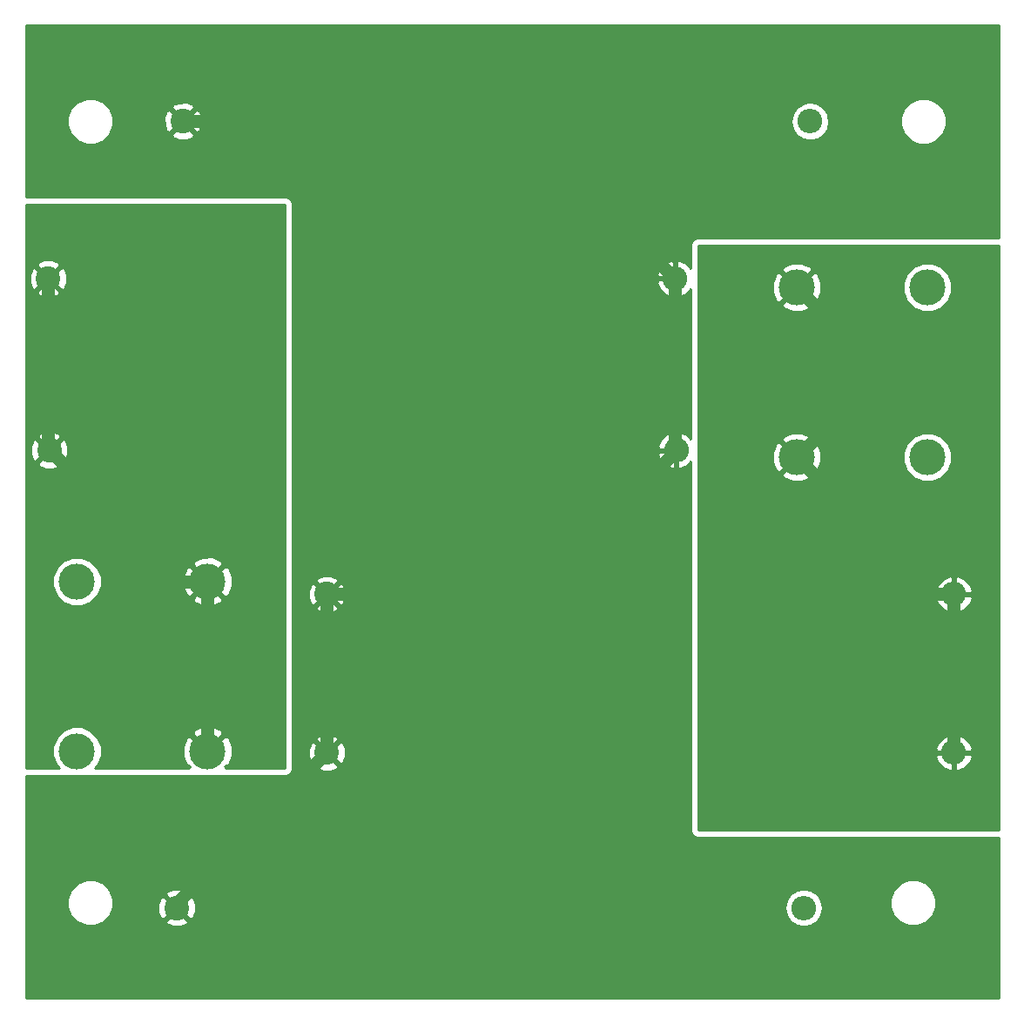
<source format=gtl>
G04 #@! TF.GenerationSoftware,KiCad,Pcbnew,5.0.0*
G04 #@! TF.CreationDate,2018-09-30T11:55:23-04:00*
G04 #@! TF.ProjectId,audio-attenuator,617564696F2D617474656E7561746F72,rev?*
G04 #@! TF.SameCoordinates,Original*
G04 #@! TF.FileFunction,Copper,L1,Top,Signal*
G04 #@! TF.FilePolarity,Positive*
%FSLAX46Y46*%
G04 Gerber Fmt 4.6, Leading zero omitted, Abs format (unit mm)*
G04 Created by KiCad (PCBNEW 5.0.0) date Sun Sep 30 11:55:23 2018*
%MOMM*%
%LPD*%
G01*
G04 APERTURE LIST*
G04 #@! TA.AperFunction,ComponentPad*
%ADD10C,2.400000*%
G04 #@! TD*
G04 #@! TA.AperFunction,ComponentPad*
%ADD11O,2.400000X2.400000*%
G04 #@! TD*
G04 #@! TA.AperFunction,ComponentPad*
%ADD12C,3.500000*%
G04 #@! TD*
G04 #@! TA.AperFunction,Conductor*
%ADD13C,1.270000*%
G04 #@! TD*
G04 #@! TA.AperFunction,Conductor*
%ADD14C,0.254000*%
G04 #@! TD*
G04 APERTURE END LIST*
D10*
G04 #@! TO.P,R6,1*
G04 #@! TO.N,/ATTEN*
X73000000Y-86400000D03*
D11*
G04 #@! TO.P,R6,2*
G04 #@! TO.N,/OUT*
X133960000Y-86400000D03*
G04 #@! TD*
G04 #@! TO.P,R5,2*
G04 #@! TO.N,/OUT*
X133960000Y-71000000D03*
D10*
G04 #@! TO.P,R5,1*
G04 #@! TO.N,/ATTEN*
X73000000Y-71000000D03*
G04 #@! TD*
G04 #@! TO.P,R4,1*
G04 #@! TO.N,/ATTEN*
X59000000Y-25000000D03*
D11*
G04 #@! TO.P,R4,2*
G04 #@! TO.N,GND*
X119960000Y-25000000D03*
G04 #@! TD*
G04 #@! TO.P,R3,2*
G04 #@! TO.N,GND*
X119360000Y-101500000D03*
D10*
G04 #@! TO.P,R3,1*
G04 #@! TO.N,/ATTEN*
X58400000Y-101500000D03*
G04 #@! TD*
G04 #@! TO.P,R2,1*
G04 #@! TO.N,/IN*
X46000000Y-57000000D03*
D11*
G04 #@! TO.P,R2,2*
G04 #@! TO.N,/ATTEN*
X106960000Y-57000000D03*
G04 #@! TD*
G04 #@! TO.P,R1,2*
G04 #@! TO.N,/ATTEN*
X106860000Y-40300000D03*
D10*
G04 #@! TO.P,R1,1*
G04 #@! TO.N,/IN*
X45900000Y-40300000D03*
G04 #@! TD*
D12*
G04 #@! TO.P,J2,T*
G04 #@! TO.N,/OUT*
X118700000Y-41150000D03*
X118700000Y-57650000D03*
G04 #@! TO.P,J2,S*
G04 #@! TO.N,GND*
X131400000Y-57650000D03*
X131400000Y-41150000D03*
G04 #@! TD*
G04 #@! TO.P,J1,S*
G04 #@! TO.N,GND*
X48700000Y-86250000D03*
X48700000Y-69750000D03*
G04 #@! TO.P,J1,T*
G04 #@! TO.N,/IN*
X61400000Y-69750000D03*
X61400000Y-86250000D03*
G04 #@! TD*
D13*
G04 #@! TO.N,/IN*
X45900000Y-56900000D02*
X46000000Y-57000000D01*
X45900000Y-40300000D02*
X45900000Y-56900000D01*
X58750000Y-69750000D02*
X61400000Y-69750000D01*
X46000000Y-57000000D02*
X58750000Y-69750000D01*
X61400000Y-69750000D02*
X61400000Y-86250000D01*
G04 #@! TO.N,/OUT*
X133960000Y-86400000D02*
X133960000Y-71000000D01*
X132050000Y-71000000D02*
X118700000Y-57650000D01*
X133960000Y-71000000D02*
X132050000Y-71000000D01*
X120449999Y-42899999D02*
X118700000Y-41150000D01*
X120449999Y-55900001D02*
X120449999Y-42899999D01*
X118700000Y-57650000D02*
X120449999Y-55900001D01*
G04 #@! TO.N,/ATTEN*
X92960000Y-71000000D02*
X106960000Y-57000000D01*
X73000000Y-71000000D02*
X92960000Y-71000000D01*
X73000000Y-71000000D02*
X73000000Y-86400000D01*
X58400000Y-101000000D02*
X58400000Y-101500000D01*
X73000000Y-86400000D02*
X58400000Y-101000000D01*
X106860000Y-56900000D02*
X106960000Y-57000000D01*
X106860000Y-40300000D02*
X106860000Y-56900000D01*
X91560000Y-25000000D02*
X106860000Y-40300000D01*
X59000000Y-25000000D02*
X91560000Y-25000000D01*
G04 #@! TD*
D14*
G04 #@! TO.N,/OUT*
G36*
X138288801Y-93873000D02*
X109127000Y-93873000D01*
X109127000Y-86811805D01*
X132171805Y-86811805D01*
X132404358Y-87373258D01*
X132895224Y-87894492D01*
X133548193Y-88188203D01*
X133833000Y-88071858D01*
X133833000Y-86527000D01*
X134087000Y-86527000D01*
X134087000Y-88071858D01*
X134371807Y-88188203D01*
X135024776Y-87894492D01*
X135515642Y-87373258D01*
X135748195Y-86811805D01*
X135631432Y-86527000D01*
X134087000Y-86527000D01*
X133833000Y-86527000D01*
X132288568Y-86527000D01*
X132171805Y-86811805D01*
X109127000Y-86811805D01*
X109127000Y-85988195D01*
X132171805Y-85988195D01*
X132288568Y-86273000D01*
X133833000Y-86273000D01*
X133833000Y-84728142D01*
X134087000Y-84728142D01*
X134087000Y-86273000D01*
X135631432Y-86273000D01*
X135748195Y-85988195D01*
X135515642Y-85426742D01*
X135024776Y-84905508D01*
X134371807Y-84611797D01*
X134087000Y-84728142D01*
X133833000Y-84728142D01*
X133548193Y-84611797D01*
X132895224Y-84905508D01*
X132404358Y-85426742D01*
X132171805Y-85988195D01*
X109127000Y-85988195D01*
X109127000Y-71411805D01*
X132171805Y-71411805D01*
X132404358Y-71973258D01*
X132895224Y-72494492D01*
X133548193Y-72788203D01*
X133833000Y-72671858D01*
X133833000Y-71127000D01*
X134087000Y-71127000D01*
X134087000Y-72671858D01*
X134371807Y-72788203D01*
X135024776Y-72494492D01*
X135515642Y-71973258D01*
X135748195Y-71411805D01*
X135631432Y-71127000D01*
X134087000Y-71127000D01*
X133833000Y-71127000D01*
X132288568Y-71127000D01*
X132171805Y-71411805D01*
X109127000Y-71411805D01*
X109127000Y-70588195D01*
X132171805Y-70588195D01*
X132288568Y-70873000D01*
X133833000Y-70873000D01*
X133833000Y-69328142D01*
X134087000Y-69328142D01*
X134087000Y-70873000D01*
X135631432Y-70873000D01*
X135748195Y-70588195D01*
X135515642Y-70026742D01*
X135024776Y-69505508D01*
X134371807Y-69211797D01*
X134087000Y-69328142D01*
X133833000Y-69328142D01*
X133548193Y-69211797D01*
X132895224Y-69505508D01*
X132404358Y-70026742D01*
X132171805Y-70588195D01*
X109127000Y-70588195D01*
X109127000Y-59344528D01*
X117185077Y-59344528D01*
X117375364Y-59689271D01*
X118256591Y-60040956D01*
X119205323Y-60028641D01*
X120024636Y-59689271D01*
X120214923Y-59344528D01*
X118700000Y-57829605D01*
X117185077Y-59344528D01*
X109127000Y-59344528D01*
X109127000Y-57206591D01*
X116309044Y-57206591D01*
X116321359Y-58155323D01*
X116660729Y-58974636D01*
X117005472Y-59164923D01*
X118520395Y-57650000D01*
X118879605Y-57650000D01*
X120394528Y-59164923D01*
X120739271Y-58974636D01*
X121090956Y-58093409D01*
X121079043Y-57175594D01*
X129015000Y-57175594D01*
X129015000Y-58124406D01*
X129378095Y-59000994D01*
X130049006Y-59671905D01*
X130925594Y-60035000D01*
X131874406Y-60035000D01*
X132750994Y-59671905D01*
X133421905Y-59000994D01*
X133785000Y-58124406D01*
X133785000Y-57175594D01*
X133421905Y-56299006D01*
X132750994Y-55628095D01*
X131874406Y-55265000D01*
X130925594Y-55265000D01*
X130049006Y-55628095D01*
X129378095Y-56299006D01*
X129015000Y-57175594D01*
X121079043Y-57175594D01*
X121078641Y-57144677D01*
X120739271Y-56325364D01*
X120394528Y-56135077D01*
X118879605Y-57650000D01*
X118520395Y-57650000D01*
X117005472Y-56135077D01*
X116660729Y-56325364D01*
X116309044Y-57206591D01*
X109127000Y-57206591D01*
X109127000Y-55955472D01*
X117185077Y-55955472D01*
X118700000Y-57470395D01*
X120214923Y-55955472D01*
X120024636Y-55610729D01*
X119143409Y-55259044D01*
X118194677Y-55271359D01*
X117375364Y-55610729D01*
X117185077Y-55955472D01*
X109127000Y-55955472D01*
X109127000Y-42844528D01*
X117185077Y-42844528D01*
X117375364Y-43189271D01*
X118256591Y-43540956D01*
X119205323Y-43528641D01*
X120024636Y-43189271D01*
X120214923Y-42844528D01*
X118700000Y-41329605D01*
X117185077Y-42844528D01*
X109127000Y-42844528D01*
X109127000Y-40706591D01*
X116309044Y-40706591D01*
X116321359Y-41655323D01*
X116660729Y-42474636D01*
X117005472Y-42664923D01*
X118520395Y-41150000D01*
X118879605Y-41150000D01*
X120394528Y-42664923D01*
X120739271Y-42474636D01*
X121090956Y-41593409D01*
X121079043Y-40675594D01*
X129015000Y-40675594D01*
X129015000Y-41624406D01*
X129378095Y-42500994D01*
X130049006Y-43171905D01*
X130925594Y-43535000D01*
X131874406Y-43535000D01*
X132750994Y-43171905D01*
X133421905Y-42500994D01*
X133785000Y-41624406D01*
X133785000Y-40675594D01*
X133421905Y-39799006D01*
X132750994Y-39128095D01*
X131874406Y-38765000D01*
X130925594Y-38765000D01*
X130049006Y-39128095D01*
X129378095Y-39799006D01*
X129015000Y-40675594D01*
X121079043Y-40675594D01*
X121078641Y-40644677D01*
X120739271Y-39825364D01*
X120394528Y-39635077D01*
X118879605Y-41150000D01*
X118520395Y-41150000D01*
X117005472Y-39635077D01*
X116660729Y-39825364D01*
X116309044Y-40706591D01*
X109127000Y-40706591D01*
X109127000Y-39455472D01*
X117185077Y-39455472D01*
X118700000Y-40970395D01*
X120214923Y-39455472D01*
X120024636Y-39110729D01*
X119143409Y-38759044D01*
X118194677Y-38771359D01*
X117375364Y-39110729D01*
X117185077Y-39455472D01*
X109127000Y-39455472D01*
X109127000Y-37127000D01*
X138288800Y-37127000D01*
X138288801Y-93873000D01*
X138288801Y-93873000D01*
G37*
X138288801Y-93873000D02*
X109127000Y-93873000D01*
X109127000Y-86811805D01*
X132171805Y-86811805D01*
X132404358Y-87373258D01*
X132895224Y-87894492D01*
X133548193Y-88188203D01*
X133833000Y-88071858D01*
X133833000Y-86527000D01*
X134087000Y-86527000D01*
X134087000Y-88071858D01*
X134371807Y-88188203D01*
X135024776Y-87894492D01*
X135515642Y-87373258D01*
X135748195Y-86811805D01*
X135631432Y-86527000D01*
X134087000Y-86527000D01*
X133833000Y-86527000D01*
X132288568Y-86527000D01*
X132171805Y-86811805D01*
X109127000Y-86811805D01*
X109127000Y-85988195D01*
X132171805Y-85988195D01*
X132288568Y-86273000D01*
X133833000Y-86273000D01*
X133833000Y-84728142D01*
X134087000Y-84728142D01*
X134087000Y-86273000D01*
X135631432Y-86273000D01*
X135748195Y-85988195D01*
X135515642Y-85426742D01*
X135024776Y-84905508D01*
X134371807Y-84611797D01*
X134087000Y-84728142D01*
X133833000Y-84728142D01*
X133548193Y-84611797D01*
X132895224Y-84905508D01*
X132404358Y-85426742D01*
X132171805Y-85988195D01*
X109127000Y-85988195D01*
X109127000Y-71411805D01*
X132171805Y-71411805D01*
X132404358Y-71973258D01*
X132895224Y-72494492D01*
X133548193Y-72788203D01*
X133833000Y-72671858D01*
X133833000Y-71127000D01*
X134087000Y-71127000D01*
X134087000Y-72671858D01*
X134371807Y-72788203D01*
X135024776Y-72494492D01*
X135515642Y-71973258D01*
X135748195Y-71411805D01*
X135631432Y-71127000D01*
X134087000Y-71127000D01*
X133833000Y-71127000D01*
X132288568Y-71127000D01*
X132171805Y-71411805D01*
X109127000Y-71411805D01*
X109127000Y-70588195D01*
X132171805Y-70588195D01*
X132288568Y-70873000D01*
X133833000Y-70873000D01*
X133833000Y-69328142D01*
X134087000Y-69328142D01*
X134087000Y-70873000D01*
X135631432Y-70873000D01*
X135748195Y-70588195D01*
X135515642Y-70026742D01*
X135024776Y-69505508D01*
X134371807Y-69211797D01*
X134087000Y-69328142D01*
X133833000Y-69328142D01*
X133548193Y-69211797D01*
X132895224Y-69505508D01*
X132404358Y-70026742D01*
X132171805Y-70588195D01*
X109127000Y-70588195D01*
X109127000Y-59344528D01*
X117185077Y-59344528D01*
X117375364Y-59689271D01*
X118256591Y-60040956D01*
X119205323Y-60028641D01*
X120024636Y-59689271D01*
X120214923Y-59344528D01*
X118700000Y-57829605D01*
X117185077Y-59344528D01*
X109127000Y-59344528D01*
X109127000Y-57206591D01*
X116309044Y-57206591D01*
X116321359Y-58155323D01*
X116660729Y-58974636D01*
X117005472Y-59164923D01*
X118520395Y-57650000D01*
X118879605Y-57650000D01*
X120394528Y-59164923D01*
X120739271Y-58974636D01*
X121090956Y-58093409D01*
X121079043Y-57175594D01*
X129015000Y-57175594D01*
X129015000Y-58124406D01*
X129378095Y-59000994D01*
X130049006Y-59671905D01*
X130925594Y-60035000D01*
X131874406Y-60035000D01*
X132750994Y-59671905D01*
X133421905Y-59000994D01*
X133785000Y-58124406D01*
X133785000Y-57175594D01*
X133421905Y-56299006D01*
X132750994Y-55628095D01*
X131874406Y-55265000D01*
X130925594Y-55265000D01*
X130049006Y-55628095D01*
X129378095Y-56299006D01*
X129015000Y-57175594D01*
X121079043Y-57175594D01*
X121078641Y-57144677D01*
X120739271Y-56325364D01*
X120394528Y-56135077D01*
X118879605Y-57650000D01*
X118520395Y-57650000D01*
X117005472Y-56135077D01*
X116660729Y-56325364D01*
X116309044Y-57206591D01*
X109127000Y-57206591D01*
X109127000Y-55955472D01*
X117185077Y-55955472D01*
X118700000Y-57470395D01*
X120214923Y-55955472D01*
X120024636Y-55610729D01*
X119143409Y-55259044D01*
X118194677Y-55271359D01*
X117375364Y-55610729D01*
X117185077Y-55955472D01*
X109127000Y-55955472D01*
X109127000Y-42844528D01*
X117185077Y-42844528D01*
X117375364Y-43189271D01*
X118256591Y-43540956D01*
X119205323Y-43528641D01*
X120024636Y-43189271D01*
X120214923Y-42844528D01*
X118700000Y-41329605D01*
X117185077Y-42844528D01*
X109127000Y-42844528D01*
X109127000Y-40706591D01*
X116309044Y-40706591D01*
X116321359Y-41655323D01*
X116660729Y-42474636D01*
X117005472Y-42664923D01*
X118520395Y-41150000D01*
X118879605Y-41150000D01*
X120394528Y-42664923D01*
X120739271Y-42474636D01*
X121090956Y-41593409D01*
X121079043Y-40675594D01*
X129015000Y-40675594D01*
X129015000Y-41624406D01*
X129378095Y-42500994D01*
X130049006Y-43171905D01*
X130925594Y-43535000D01*
X131874406Y-43535000D01*
X132750994Y-43171905D01*
X133421905Y-42500994D01*
X133785000Y-41624406D01*
X133785000Y-40675594D01*
X133421905Y-39799006D01*
X132750994Y-39128095D01*
X131874406Y-38765000D01*
X130925594Y-38765000D01*
X130049006Y-39128095D01*
X129378095Y-39799006D01*
X129015000Y-40675594D01*
X121079043Y-40675594D01*
X121078641Y-40644677D01*
X120739271Y-39825364D01*
X120394528Y-39635077D01*
X118879605Y-41150000D01*
X118520395Y-41150000D01*
X117005472Y-39635077D01*
X116660729Y-39825364D01*
X116309044Y-40706591D01*
X109127000Y-40706591D01*
X109127000Y-39455472D01*
X117185077Y-39455472D01*
X118700000Y-40970395D01*
X120214923Y-39455472D01*
X120024636Y-39110729D01*
X119143409Y-38759044D01*
X118194677Y-38771359D01*
X117375364Y-39110729D01*
X117185077Y-39455472D01*
X109127000Y-39455472D01*
X109127000Y-37127000D01*
X138288800Y-37127000D01*
X138288801Y-93873000D01*
G04 #@! TO.N,/IN*
G36*
X68873000Y-87873000D02*
X63202608Y-87873000D01*
X63094530Y-87764922D01*
X63439271Y-87574636D01*
X63790956Y-86693409D01*
X63778641Y-85744677D01*
X63439271Y-84925364D01*
X63094528Y-84735077D01*
X61579605Y-86250000D01*
X61593748Y-86264143D01*
X61414143Y-86443748D01*
X61400000Y-86429605D01*
X61385858Y-86443748D01*
X61206253Y-86264143D01*
X61220395Y-86250000D01*
X59705472Y-84735077D01*
X59360729Y-84925364D01*
X59009044Y-85806591D01*
X59021359Y-86755323D01*
X59360729Y-87574636D01*
X59705470Y-87764922D01*
X59597392Y-87873000D01*
X50449899Y-87873000D01*
X50721905Y-87600994D01*
X51085000Y-86724406D01*
X51085000Y-85775594D01*
X50721905Y-84899006D01*
X50378371Y-84555472D01*
X59885077Y-84555472D01*
X61400000Y-86070395D01*
X62914923Y-84555472D01*
X62724636Y-84210729D01*
X61843409Y-83859044D01*
X60894677Y-83871359D01*
X60075364Y-84210729D01*
X59885077Y-84555472D01*
X50378371Y-84555472D01*
X50050994Y-84228095D01*
X49174406Y-83865000D01*
X48225594Y-83865000D01*
X47349006Y-84228095D01*
X46678095Y-84899006D01*
X46315000Y-85775594D01*
X46315000Y-86724406D01*
X46678095Y-87600994D01*
X46950101Y-87873000D01*
X43711200Y-87873000D01*
X43711200Y-69275594D01*
X46315000Y-69275594D01*
X46315000Y-70224406D01*
X46678095Y-71100994D01*
X47349006Y-71771905D01*
X48225594Y-72135000D01*
X49174406Y-72135000D01*
X50050994Y-71771905D01*
X50378371Y-71444528D01*
X59885077Y-71444528D01*
X60075364Y-71789271D01*
X60956591Y-72140956D01*
X61905323Y-72128641D01*
X62724636Y-71789271D01*
X62914923Y-71444528D01*
X61400000Y-69929605D01*
X59885077Y-71444528D01*
X50378371Y-71444528D01*
X50721905Y-71100994D01*
X51085000Y-70224406D01*
X51085000Y-69306591D01*
X59009044Y-69306591D01*
X59021359Y-70255323D01*
X59360729Y-71074636D01*
X59705472Y-71264923D01*
X61220395Y-69750000D01*
X61579605Y-69750000D01*
X63094528Y-71264923D01*
X63439271Y-71074636D01*
X63790956Y-70193409D01*
X63778641Y-69244677D01*
X63439271Y-68425364D01*
X63094528Y-68235077D01*
X61579605Y-69750000D01*
X61220395Y-69750000D01*
X59705472Y-68235077D01*
X59360729Y-68425364D01*
X59009044Y-69306591D01*
X51085000Y-69306591D01*
X51085000Y-69275594D01*
X50721905Y-68399006D01*
X50378371Y-68055472D01*
X59885077Y-68055472D01*
X61400000Y-69570395D01*
X62914923Y-68055472D01*
X62724636Y-67710729D01*
X61843409Y-67359044D01*
X60894677Y-67371359D01*
X60075364Y-67710729D01*
X59885077Y-68055472D01*
X50378371Y-68055472D01*
X50050994Y-67728095D01*
X49174406Y-67365000D01*
X48225594Y-67365000D01*
X47349006Y-67728095D01*
X46678095Y-68399006D01*
X46315000Y-69275594D01*
X43711200Y-69275594D01*
X43711200Y-58297175D01*
X44882430Y-58297175D01*
X45005565Y-58584788D01*
X45687734Y-58844707D01*
X46417443Y-58823786D01*
X46994435Y-58584788D01*
X47117570Y-58297175D01*
X46000000Y-57179605D01*
X44882430Y-58297175D01*
X43711200Y-58297175D01*
X43711200Y-56687734D01*
X44155293Y-56687734D01*
X44176214Y-57417443D01*
X44415212Y-57994435D01*
X44702825Y-58117570D01*
X45820395Y-57000000D01*
X46179605Y-57000000D01*
X47297175Y-58117570D01*
X47584788Y-57994435D01*
X47844707Y-57312266D01*
X47823786Y-56582557D01*
X47584788Y-56005565D01*
X47297175Y-55882430D01*
X46179605Y-57000000D01*
X45820395Y-57000000D01*
X44702825Y-55882430D01*
X44415212Y-56005565D01*
X44155293Y-56687734D01*
X43711200Y-56687734D01*
X43711200Y-55702825D01*
X44882430Y-55702825D01*
X46000000Y-56820395D01*
X47117570Y-55702825D01*
X46994435Y-55415212D01*
X46312266Y-55155293D01*
X45582557Y-55176214D01*
X45005565Y-55415212D01*
X44882430Y-55702825D01*
X43711200Y-55702825D01*
X43711200Y-41597175D01*
X44782430Y-41597175D01*
X44905565Y-41884788D01*
X45587734Y-42144707D01*
X46317443Y-42123786D01*
X46894435Y-41884788D01*
X47017570Y-41597175D01*
X45900000Y-40479605D01*
X44782430Y-41597175D01*
X43711200Y-41597175D01*
X43711200Y-39987734D01*
X44055293Y-39987734D01*
X44076214Y-40717443D01*
X44315212Y-41294435D01*
X44602825Y-41417570D01*
X45720395Y-40300000D01*
X46079605Y-40300000D01*
X47197175Y-41417570D01*
X47484788Y-41294435D01*
X47744707Y-40612266D01*
X47723786Y-39882557D01*
X47484788Y-39305565D01*
X47197175Y-39182430D01*
X46079605Y-40300000D01*
X45720395Y-40300000D01*
X44602825Y-39182430D01*
X44315212Y-39305565D01*
X44055293Y-39987734D01*
X43711200Y-39987734D01*
X43711200Y-39002825D01*
X44782430Y-39002825D01*
X45900000Y-40120395D01*
X47017570Y-39002825D01*
X46894435Y-38715212D01*
X46212266Y-38455293D01*
X45482557Y-38476214D01*
X44905565Y-38715212D01*
X44782430Y-39002825D01*
X43711200Y-39002825D01*
X43711200Y-33127000D01*
X68873000Y-33127000D01*
X68873000Y-87873000D01*
X68873000Y-87873000D01*
G37*
X68873000Y-87873000D02*
X63202608Y-87873000D01*
X63094530Y-87764922D01*
X63439271Y-87574636D01*
X63790956Y-86693409D01*
X63778641Y-85744677D01*
X63439271Y-84925364D01*
X63094528Y-84735077D01*
X61579605Y-86250000D01*
X61593748Y-86264143D01*
X61414143Y-86443748D01*
X61400000Y-86429605D01*
X61385858Y-86443748D01*
X61206253Y-86264143D01*
X61220395Y-86250000D01*
X59705472Y-84735077D01*
X59360729Y-84925364D01*
X59009044Y-85806591D01*
X59021359Y-86755323D01*
X59360729Y-87574636D01*
X59705470Y-87764922D01*
X59597392Y-87873000D01*
X50449899Y-87873000D01*
X50721905Y-87600994D01*
X51085000Y-86724406D01*
X51085000Y-85775594D01*
X50721905Y-84899006D01*
X50378371Y-84555472D01*
X59885077Y-84555472D01*
X61400000Y-86070395D01*
X62914923Y-84555472D01*
X62724636Y-84210729D01*
X61843409Y-83859044D01*
X60894677Y-83871359D01*
X60075364Y-84210729D01*
X59885077Y-84555472D01*
X50378371Y-84555472D01*
X50050994Y-84228095D01*
X49174406Y-83865000D01*
X48225594Y-83865000D01*
X47349006Y-84228095D01*
X46678095Y-84899006D01*
X46315000Y-85775594D01*
X46315000Y-86724406D01*
X46678095Y-87600994D01*
X46950101Y-87873000D01*
X43711200Y-87873000D01*
X43711200Y-69275594D01*
X46315000Y-69275594D01*
X46315000Y-70224406D01*
X46678095Y-71100994D01*
X47349006Y-71771905D01*
X48225594Y-72135000D01*
X49174406Y-72135000D01*
X50050994Y-71771905D01*
X50378371Y-71444528D01*
X59885077Y-71444528D01*
X60075364Y-71789271D01*
X60956591Y-72140956D01*
X61905323Y-72128641D01*
X62724636Y-71789271D01*
X62914923Y-71444528D01*
X61400000Y-69929605D01*
X59885077Y-71444528D01*
X50378371Y-71444528D01*
X50721905Y-71100994D01*
X51085000Y-70224406D01*
X51085000Y-69306591D01*
X59009044Y-69306591D01*
X59021359Y-70255323D01*
X59360729Y-71074636D01*
X59705472Y-71264923D01*
X61220395Y-69750000D01*
X61579605Y-69750000D01*
X63094528Y-71264923D01*
X63439271Y-71074636D01*
X63790956Y-70193409D01*
X63778641Y-69244677D01*
X63439271Y-68425364D01*
X63094528Y-68235077D01*
X61579605Y-69750000D01*
X61220395Y-69750000D01*
X59705472Y-68235077D01*
X59360729Y-68425364D01*
X59009044Y-69306591D01*
X51085000Y-69306591D01*
X51085000Y-69275594D01*
X50721905Y-68399006D01*
X50378371Y-68055472D01*
X59885077Y-68055472D01*
X61400000Y-69570395D01*
X62914923Y-68055472D01*
X62724636Y-67710729D01*
X61843409Y-67359044D01*
X60894677Y-67371359D01*
X60075364Y-67710729D01*
X59885077Y-68055472D01*
X50378371Y-68055472D01*
X50050994Y-67728095D01*
X49174406Y-67365000D01*
X48225594Y-67365000D01*
X47349006Y-67728095D01*
X46678095Y-68399006D01*
X46315000Y-69275594D01*
X43711200Y-69275594D01*
X43711200Y-58297175D01*
X44882430Y-58297175D01*
X45005565Y-58584788D01*
X45687734Y-58844707D01*
X46417443Y-58823786D01*
X46994435Y-58584788D01*
X47117570Y-58297175D01*
X46000000Y-57179605D01*
X44882430Y-58297175D01*
X43711200Y-58297175D01*
X43711200Y-56687734D01*
X44155293Y-56687734D01*
X44176214Y-57417443D01*
X44415212Y-57994435D01*
X44702825Y-58117570D01*
X45820395Y-57000000D01*
X46179605Y-57000000D01*
X47297175Y-58117570D01*
X47584788Y-57994435D01*
X47844707Y-57312266D01*
X47823786Y-56582557D01*
X47584788Y-56005565D01*
X47297175Y-55882430D01*
X46179605Y-57000000D01*
X45820395Y-57000000D01*
X44702825Y-55882430D01*
X44415212Y-56005565D01*
X44155293Y-56687734D01*
X43711200Y-56687734D01*
X43711200Y-55702825D01*
X44882430Y-55702825D01*
X46000000Y-56820395D01*
X47117570Y-55702825D01*
X46994435Y-55415212D01*
X46312266Y-55155293D01*
X45582557Y-55176214D01*
X45005565Y-55415212D01*
X44882430Y-55702825D01*
X43711200Y-55702825D01*
X43711200Y-41597175D01*
X44782430Y-41597175D01*
X44905565Y-41884788D01*
X45587734Y-42144707D01*
X46317443Y-42123786D01*
X46894435Y-41884788D01*
X47017570Y-41597175D01*
X45900000Y-40479605D01*
X44782430Y-41597175D01*
X43711200Y-41597175D01*
X43711200Y-39987734D01*
X44055293Y-39987734D01*
X44076214Y-40717443D01*
X44315212Y-41294435D01*
X44602825Y-41417570D01*
X45720395Y-40300000D01*
X46079605Y-40300000D01*
X47197175Y-41417570D01*
X47484788Y-41294435D01*
X47744707Y-40612266D01*
X47723786Y-39882557D01*
X47484788Y-39305565D01*
X47197175Y-39182430D01*
X46079605Y-40300000D01*
X45720395Y-40300000D01*
X44602825Y-39182430D01*
X44315212Y-39305565D01*
X44055293Y-39987734D01*
X43711200Y-39987734D01*
X43711200Y-39002825D01*
X44782430Y-39002825D01*
X45900000Y-40120395D01*
X47017570Y-39002825D01*
X46894435Y-38715212D01*
X46212266Y-38455293D01*
X45482557Y-38476214D01*
X44905565Y-38715212D01*
X44782430Y-39002825D01*
X43711200Y-39002825D01*
X43711200Y-33127000D01*
X68873000Y-33127000D01*
X68873000Y-87873000D01*
G04 #@! TO.N,/ATTEN*
G36*
X138288800Y-36365000D02*
X109000000Y-36365000D01*
X108756996Y-36413336D01*
X108550987Y-36550987D01*
X108413336Y-36756996D01*
X108365000Y-37000000D01*
X108365000Y-39272967D01*
X107924776Y-38805508D01*
X107271807Y-38511797D01*
X106987000Y-38628142D01*
X106987000Y-40173000D01*
X107007000Y-40173000D01*
X107007000Y-40427000D01*
X106987000Y-40427000D01*
X106987000Y-41971858D01*
X107271807Y-42088203D01*
X107924776Y-41794492D01*
X108365000Y-41327033D01*
X108365000Y-55866780D01*
X108024776Y-55505508D01*
X107371807Y-55211797D01*
X107087000Y-55328142D01*
X107087000Y-56873000D01*
X107107000Y-56873000D01*
X107107000Y-57127000D01*
X107087000Y-57127000D01*
X107087000Y-58671858D01*
X107371807Y-58788203D01*
X108024776Y-58494492D01*
X108365000Y-58133220D01*
X108365000Y-94000000D01*
X108413336Y-94243004D01*
X108550987Y-94449013D01*
X108756996Y-94586664D01*
X109000000Y-94635000D01*
X138288801Y-94635000D01*
X138288801Y-110288800D01*
X43711200Y-110288800D01*
X43711200Y-100555431D01*
X47765000Y-100555431D01*
X47765000Y-101444569D01*
X48105259Y-102266026D01*
X48733974Y-102894741D01*
X49555431Y-103235000D01*
X50444569Y-103235000D01*
X51266026Y-102894741D01*
X51363592Y-102797175D01*
X57282430Y-102797175D01*
X57405565Y-103084788D01*
X58087734Y-103344707D01*
X58817443Y-103323786D01*
X59394435Y-103084788D01*
X59517570Y-102797175D01*
X58400000Y-101679605D01*
X57282430Y-102797175D01*
X51363592Y-102797175D01*
X51894741Y-102266026D01*
X52235000Y-101444569D01*
X52235000Y-101187734D01*
X56555293Y-101187734D01*
X56576214Y-101917443D01*
X56815212Y-102494435D01*
X57102825Y-102617570D01*
X58220395Y-101500000D01*
X58579605Y-101500000D01*
X59697175Y-102617570D01*
X59984788Y-102494435D01*
X60244707Y-101812266D01*
X60235755Y-101500000D01*
X117489051Y-101500000D01*
X117631469Y-102215981D01*
X118037039Y-102822961D01*
X118644019Y-103228531D01*
X119179273Y-103335000D01*
X119540727Y-103335000D01*
X120075981Y-103228531D01*
X120682961Y-102822961D01*
X121088531Y-102215981D01*
X121230949Y-101500000D01*
X121088531Y-100784019D01*
X120935794Y-100555431D01*
X127765000Y-100555431D01*
X127765000Y-101444569D01*
X128105259Y-102266026D01*
X128733974Y-102894741D01*
X129555431Y-103235000D01*
X130444569Y-103235000D01*
X131266026Y-102894741D01*
X131894741Y-102266026D01*
X132235000Y-101444569D01*
X132235000Y-100555431D01*
X131894741Y-99733974D01*
X131266026Y-99105259D01*
X130444569Y-98765000D01*
X129555431Y-98765000D01*
X128733974Y-99105259D01*
X128105259Y-99733974D01*
X127765000Y-100555431D01*
X120935794Y-100555431D01*
X120682961Y-100177039D01*
X120075981Y-99771469D01*
X119540727Y-99665000D01*
X119179273Y-99665000D01*
X118644019Y-99771469D01*
X118037039Y-100177039D01*
X117631469Y-100784019D01*
X117489051Y-101500000D01*
X60235755Y-101500000D01*
X60223786Y-101082557D01*
X59984788Y-100505565D01*
X59697175Y-100382430D01*
X58579605Y-101500000D01*
X58220395Y-101500000D01*
X57102825Y-100382430D01*
X56815212Y-100505565D01*
X56555293Y-101187734D01*
X52235000Y-101187734D01*
X52235000Y-100555431D01*
X52088946Y-100202825D01*
X57282430Y-100202825D01*
X58400000Y-101320395D01*
X59517570Y-100202825D01*
X59394435Y-99915212D01*
X58712266Y-99655293D01*
X57982557Y-99676214D01*
X57405565Y-99915212D01*
X57282430Y-100202825D01*
X52088946Y-100202825D01*
X51894741Y-99733974D01*
X51266026Y-99105259D01*
X50444569Y-98765000D01*
X49555431Y-98765000D01*
X48733974Y-99105259D01*
X48105259Y-99733974D01*
X47765000Y-100555431D01*
X43711200Y-100555431D01*
X43711200Y-88635000D01*
X69000000Y-88635000D01*
X69243004Y-88586664D01*
X69449013Y-88449013D01*
X69586664Y-88243004D01*
X69635000Y-88000000D01*
X69635000Y-87697175D01*
X71882430Y-87697175D01*
X72005565Y-87984788D01*
X72687734Y-88244707D01*
X73417443Y-88223786D01*
X73994435Y-87984788D01*
X74117570Y-87697175D01*
X73000000Y-86579605D01*
X71882430Y-87697175D01*
X69635000Y-87697175D01*
X69635000Y-86087734D01*
X71155293Y-86087734D01*
X71176214Y-86817443D01*
X71415212Y-87394435D01*
X71702825Y-87517570D01*
X72820395Y-86400000D01*
X73179605Y-86400000D01*
X74297175Y-87517570D01*
X74584788Y-87394435D01*
X74844707Y-86712266D01*
X74823786Y-85982557D01*
X74584788Y-85405565D01*
X74297175Y-85282430D01*
X73179605Y-86400000D01*
X72820395Y-86400000D01*
X71702825Y-85282430D01*
X71415212Y-85405565D01*
X71155293Y-86087734D01*
X69635000Y-86087734D01*
X69635000Y-85102825D01*
X71882430Y-85102825D01*
X73000000Y-86220395D01*
X74117570Y-85102825D01*
X73994435Y-84815212D01*
X73312266Y-84555293D01*
X72582557Y-84576214D01*
X72005565Y-84815212D01*
X71882430Y-85102825D01*
X69635000Y-85102825D01*
X69635000Y-72297175D01*
X71882430Y-72297175D01*
X72005565Y-72584788D01*
X72687734Y-72844707D01*
X73417443Y-72823786D01*
X73994435Y-72584788D01*
X74117570Y-72297175D01*
X73000000Y-71179605D01*
X71882430Y-72297175D01*
X69635000Y-72297175D01*
X69635000Y-70687734D01*
X71155293Y-70687734D01*
X71176214Y-71417443D01*
X71415212Y-71994435D01*
X71702825Y-72117570D01*
X72820395Y-71000000D01*
X73179605Y-71000000D01*
X74297175Y-72117570D01*
X74584788Y-71994435D01*
X74844707Y-71312266D01*
X74823786Y-70582557D01*
X74584788Y-70005565D01*
X74297175Y-69882430D01*
X73179605Y-71000000D01*
X72820395Y-71000000D01*
X71702825Y-69882430D01*
X71415212Y-70005565D01*
X71155293Y-70687734D01*
X69635000Y-70687734D01*
X69635000Y-69702825D01*
X71882430Y-69702825D01*
X73000000Y-70820395D01*
X74117570Y-69702825D01*
X73994435Y-69415212D01*
X73312266Y-69155293D01*
X72582557Y-69176214D01*
X72005565Y-69415212D01*
X71882430Y-69702825D01*
X69635000Y-69702825D01*
X69635000Y-57411805D01*
X105171805Y-57411805D01*
X105404358Y-57973258D01*
X105895224Y-58494492D01*
X106548193Y-58788203D01*
X106833000Y-58671858D01*
X106833000Y-57127000D01*
X105288568Y-57127000D01*
X105171805Y-57411805D01*
X69635000Y-57411805D01*
X69635000Y-56588195D01*
X105171805Y-56588195D01*
X105288568Y-56873000D01*
X106833000Y-56873000D01*
X106833000Y-55328142D01*
X106548193Y-55211797D01*
X105895224Y-55505508D01*
X105404358Y-56026742D01*
X105171805Y-56588195D01*
X69635000Y-56588195D01*
X69635000Y-40711805D01*
X105071805Y-40711805D01*
X105304358Y-41273258D01*
X105795224Y-41794492D01*
X106448193Y-42088203D01*
X106733000Y-41971858D01*
X106733000Y-40427000D01*
X105188568Y-40427000D01*
X105071805Y-40711805D01*
X69635000Y-40711805D01*
X69635000Y-39888195D01*
X105071805Y-39888195D01*
X105188568Y-40173000D01*
X106733000Y-40173000D01*
X106733000Y-38628142D01*
X106448193Y-38511797D01*
X105795224Y-38805508D01*
X105304358Y-39326742D01*
X105071805Y-39888195D01*
X69635000Y-39888195D01*
X69635000Y-33000000D01*
X69586664Y-32756996D01*
X69449013Y-32550987D01*
X69243004Y-32413336D01*
X69000000Y-32365000D01*
X43711200Y-32365000D01*
X43711200Y-24555431D01*
X47765000Y-24555431D01*
X47765000Y-25444569D01*
X48105259Y-26266026D01*
X48733974Y-26894741D01*
X49555431Y-27235000D01*
X50444569Y-27235000D01*
X51266026Y-26894741D01*
X51863592Y-26297175D01*
X57882430Y-26297175D01*
X58005565Y-26584788D01*
X58687734Y-26844707D01*
X59417443Y-26823786D01*
X59994435Y-26584788D01*
X60117570Y-26297175D01*
X59000000Y-25179605D01*
X57882430Y-26297175D01*
X51863592Y-26297175D01*
X51894741Y-26266026D01*
X52235000Y-25444569D01*
X52235000Y-24687734D01*
X57155293Y-24687734D01*
X57176214Y-25417443D01*
X57415212Y-25994435D01*
X57702825Y-26117570D01*
X58820395Y-25000000D01*
X59179605Y-25000000D01*
X60297175Y-26117570D01*
X60584788Y-25994435D01*
X60844707Y-25312266D01*
X60835755Y-25000000D01*
X118089051Y-25000000D01*
X118231469Y-25715981D01*
X118637039Y-26322961D01*
X119244019Y-26728531D01*
X119779273Y-26835000D01*
X120140727Y-26835000D01*
X120675981Y-26728531D01*
X121282961Y-26322961D01*
X121688531Y-25715981D01*
X121830949Y-25000000D01*
X121742519Y-24555431D01*
X128765000Y-24555431D01*
X128765000Y-25444569D01*
X129105259Y-26266026D01*
X129733974Y-26894741D01*
X130555431Y-27235000D01*
X131444569Y-27235000D01*
X132266026Y-26894741D01*
X132894741Y-26266026D01*
X133235000Y-25444569D01*
X133235000Y-24555431D01*
X132894741Y-23733974D01*
X132266026Y-23105259D01*
X131444569Y-22765000D01*
X130555431Y-22765000D01*
X129733974Y-23105259D01*
X129105259Y-23733974D01*
X128765000Y-24555431D01*
X121742519Y-24555431D01*
X121688531Y-24284019D01*
X121282961Y-23677039D01*
X120675981Y-23271469D01*
X120140727Y-23165000D01*
X119779273Y-23165000D01*
X119244019Y-23271469D01*
X118637039Y-23677039D01*
X118231469Y-24284019D01*
X118089051Y-25000000D01*
X60835755Y-25000000D01*
X60823786Y-24582557D01*
X60584788Y-24005565D01*
X60297175Y-23882430D01*
X59179605Y-25000000D01*
X58820395Y-25000000D01*
X57702825Y-23882430D01*
X57415212Y-24005565D01*
X57155293Y-24687734D01*
X52235000Y-24687734D01*
X52235000Y-24555431D01*
X51894741Y-23733974D01*
X51863592Y-23702825D01*
X57882430Y-23702825D01*
X59000000Y-24820395D01*
X60117570Y-23702825D01*
X59994435Y-23415212D01*
X59312266Y-23155293D01*
X58582557Y-23176214D01*
X58005565Y-23415212D01*
X57882430Y-23702825D01*
X51863592Y-23702825D01*
X51266026Y-23105259D01*
X50444569Y-22765000D01*
X49555431Y-22765000D01*
X48733974Y-23105259D01*
X48105259Y-23733974D01*
X47765000Y-24555431D01*
X43711200Y-24555431D01*
X43711200Y-15711200D01*
X138288800Y-15711200D01*
X138288800Y-36365000D01*
X138288800Y-36365000D01*
G37*
X138288800Y-36365000D02*
X109000000Y-36365000D01*
X108756996Y-36413336D01*
X108550987Y-36550987D01*
X108413336Y-36756996D01*
X108365000Y-37000000D01*
X108365000Y-39272967D01*
X107924776Y-38805508D01*
X107271807Y-38511797D01*
X106987000Y-38628142D01*
X106987000Y-40173000D01*
X107007000Y-40173000D01*
X107007000Y-40427000D01*
X106987000Y-40427000D01*
X106987000Y-41971858D01*
X107271807Y-42088203D01*
X107924776Y-41794492D01*
X108365000Y-41327033D01*
X108365000Y-55866780D01*
X108024776Y-55505508D01*
X107371807Y-55211797D01*
X107087000Y-55328142D01*
X107087000Y-56873000D01*
X107107000Y-56873000D01*
X107107000Y-57127000D01*
X107087000Y-57127000D01*
X107087000Y-58671858D01*
X107371807Y-58788203D01*
X108024776Y-58494492D01*
X108365000Y-58133220D01*
X108365000Y-94000000D01*
X108413336Y-94243004D01*
X108550987Y-94449013D01*
X108756996Y-94586664D01*
X109000000Y-94635000D01*
X138288801Y-94635000D01*
X138288801Y-110288800D01*
X43711200Y-110288800D01*
X43711200Y-100555431D01*
X47765000Y-100555431D01*
X47765000Y-101444569D01*
X48105259Y-102266026D01*
X48733974Y-102894741D01*
X49555431Y-103235000D01*
X50444569Y-103235000D01*
X51266026Y-102894741D01*
X51363592Y-102797175D01*
X57282430Y-102797175D01*
X57405565Y-103084788D01*
X58087734Y-103344707D01*
X58817443Y-103323786D01*
X59394435Y-103084788D01*
X59517570Y-102797175D01*
X58400000Y-101679605D01*
X57282430Y-102797175D01*
X51363592Y-102797175D01*
X51894741Y-102266026D01*
X52235000Y-101444569D01*
X52235000Y-101187734D01*
X56555293Y-101187734D01*
X56576214Y-101917443D01*
X56815212Y-102494435D01*
X57102825Y-102617570D01*
X58220395Y-101500000D01*
X58579605Y-101500000D01*
X59697175Y-102617570D01*
X59984788Y-102494435D01*
X60244707Y-101812266D01*
X60235755Y-101500000D01*
X117489051Y-101500000D01*
X117631469Y-102215981D01*
X118037039Y-102822961D01*
X118644019Y-103228531D01*
X119179273Y-103335000D01*
X119540727Y-103335000D01*
X120075981Y-103228531D01*
X120682961Y-102822961D01*
X121088531Y-102215981D01*
X121230949Y-101500000D01*
X121088531Y-100784019D01*
X120935794Y-100555431D01*
X127765000Y-100555431D01*
X127765000Y-101444569D01*
X128105259Y-102266026D01*
X128733974Y-102894741D01*
X129555431Y-103235000D01*
X130444569Y-103235000D01*
X131266026Y-102894741D01*
X131894741Y-102266026D01*
X132235000Y-101444569D01*
X132235000Y-100555431D01*
X131894741Y-99733974D01*
X131266026Y-99105259D01*
X130444569Y-98765000D01*
X129555431Y-98765000D01*
X128733974Y-99105259D01*
X128105259Y-99733974D01*
X127765000Y-100555431D01*
X120935794Y-100555431D01*
X120682961Y-100177039D01*
X120075981Y-99771469D01*
X119540727Y-99665000D01*
X119179273Y-99665000D01*
X118644019Y-99771469D01*
X118037039Y-100177039D01*
X117631469Y-100784019D01*
X117489051Y-101500000D01*
X60235755Y-101500000D01*
X60223786Y-101082557D01*
X59984788Y-100505565D01*
X59697175Y-100382430D01*
X58579605Y-101500000D01*
X58220395Y-101500000D01*
X57102825Y-100382430D01*
X56815212Y-100505565D01*
X56555293Y-101187734D01*
X52235000Y-101187734D01*
X52235000Y-100555431D01*
X52088946Y-100202825D01*
X57282430Y-100202825D01*
X58400000Y-101320395D01*
X59517570Y-100202825D01*
X59394435Y-99915212D01*
X58712266Y-99655293D01*
X57982557Y-99676214D01*
X57405565Y-99915212D01*
X57282430Y-100202825D01*
X52088946Y-100202825D01*
X51894741Y-99733974D01*
X51266026Y-99105259D01*
X50444569Y-98765000D01*
X49555431Y-98765000D01*
X48733974Y-99105259D01*
X48105259Y-99733974D01*
X47765000Y-100555431D01*
X43711200Y-100555431D01*
X43711200Y-88635000D01*
X69000000Y-88635000D01*
X69243004Y-88586664D01*
X69449013Y-88449013D01*
X69586664Y-88243004D01*
X69635000Y-88000000D01*
X69635000Y-87697175D01*
X71882430Y-87697175D01*
X72005565Y-87984788D01*
X72687734Y-88244707D01*
X73417443Y-88223786D01*
X73994435Y-87984788D01*
X74117570Y-87697175D01*
X73000000Y-86579605D01*
X71882430Y-87697175D01*
X69635000Y-87697175D01*
X69635000Y-86087734D01*
X71155293Y-86087734D01*
X71176214Y-86817443D01*
X71415212Y-87394435D01*
X71702825Y-87517570D01*
X72820395Y-86400000D01*
X73179605Y-86400000D01*
X74297175Y-87517570D01*
X74584788Y-87394435D01*
X74844707Y-86712266D01*
X74823786Y-85982557D01*
X74584788Y-85405565D01*
X74297175Y-85282430D01*
X73179605Y-86400000D01*
X72820395Y-86400000D01*
X71702825Y-85282430D01*
X71415212Y-85405565D01*
X71155293Y-86087734D01*
X69635000Y-86087734D01*
X69635000Y-85102825D01*
X71882430Y-85102825D01*
X73000000Y-86220395D01*
X74117570Y-85102825D01*
X73994435Y-84815212D01*
X73312266Y-84555293D01*
X72582557Y-84576214D01*
X72005565Y-84815212D01*
X71882430Y-85102825D01*
X69635000Y-85102825D01*
X69635000Y-72297175D01*
X71882430Y-72297175D01*
X72005565Y-72584788D01*
X72687734Y-72844707D01*
X73417443Y-72823786D01*
X73994435Y-72584788D01*
X74117570Y-72297175D01*
X73000000Y-71179605D01*
X71882430Y-72297175D01*
X69635000Y-72297175D01*
X69635000Y-70687734D01*
X71155293Y-70687734D01*
X71176214Y-71417443D01*
X71415212Y-71994435D01*
X71702825Y-72117570D01*
X72820395Y-71000000D01*
X73179605Y-71000000D01*
X74297175Y-72117570D01*
X74584788Y-71994435D01*
X74844707Y-71312266D01*
X74823786Y-70582557D01*
X74584788Y-70005565D01*
X74297175Y-69882430D01*
X73179605Y-71000000D01*
X72820395Y-71000000D01*
X71702825Y-69882430D01*
X71415212Y-70005565D01*
X71155293Y-70687734D01*
X69635000Y-70687734D01*
X69635000Y-69702825D01*
X71882430Y-69702825D01*
X73000000Y-70820395D01*
X74117570Y-69702825D01*
X73994435Y-69415212D01*
X73312266Y-69155293D01*
X72582557Y-69176214D01*
X72005565Y-69415212D01*
X71882430Y-69702825D01*
X69635000Y-69702825D01*
X69635000Y-57411805D01*
X105171805Y-57411805D01*
X105404358Y-57973258D01*
X105895224Y-58494492D01*
X106548193Y-58788203D01*
X106833000Y-58671858D01*
X106833000Y-57127000D01*
X105288568Y-57127000D01*
X105171805Y-57411805D01*
X69635000Y-57411805D01*
X69635000Y-56588195D01*
X105171805Y-56588195D01*
X105288568Y-56873000D01*
X106833000Y-56873000D01*
X106833000Y-55328142D01*
X106548193Y-55211797D01*
X105895224Y-55505508D01*
X105404358Y-56026742D01*
X105171805Y-56588195D01*
X69635000Y-56588195D01*
X69635000Y-40711805D01*
X105071805Y-40711805D01*
X105304358Y-41273258D01*
X105795224Y-41794492D01*
X106448193Y-42088203D01*
X106733000Y-41971858D01*
X106733000Y-40427000D01*
X105188568Y-40427000D01*
X105071805Y-40711805D01*
X69635000Y-40711805D01*
X69635000Y-39888195D01*
X105071805Y-39888195D01*
X105188568Y-40173000D01*
X106733000Y-40173000D01*
X106733000Y-38628142D01*
X106448193Y-38511797D01*
X105795224Y-38805508D01*
X105304358Y-39326742D01*
X105071805Y-39888195D01*
X69635000Y-39888195D01*
X69635000Y-33000000D01*
X69586664Y-32756996D01*
X69449013Y-32550987D01*
X69243004Y-32413336D01*
X69000000Y-32365000D01*
X43711200Y-32365000D01*
X43711200Y-24555431D01*
X47765000Y-24555431D01*
X47765000Y-25444569D01*
X48105259Y-26266026D01*
X48733974Y-26894741D01*
X49555431Y-27235000D01*
X50444569Y-27235000D01*
X51266026Y-26894741D01*
X51863592Y-26297175D01*
X57882430Y-26297175D01*
X58005565Y-26584788D01*
X58687734Y-26844707D01*
X59417443Y-26823786D01*
X59994435Y-26584788D01*
X60117570Y-26297175D01*
X59000000Y-25179605D01*
X57882430Y-26297175D01*
X51863592Y-26297175D01*
X51894741Y-26266026D01*
X52235000Y-25444569D01*
X52235000Y-24687734D01*
X57155293Y-24687734D01*
X57176214Y-25417443D01*
X57415212Y-25994435D01*
X57702825Y-26117570D01*
X58820395Y-25000000D01*
X59179605Y-25000000D01*
X60297175Y-26117570D01*
X60584788Y-25994435D01*
X60844707Y-25312266D01*
X60835755Y-25000000D01*
X118089051Y-25000000D01*
X118231469Y-25715981D01*
X118637039Y-26322961D01*
X119244019Y-26728531D01*
X119779273Y-26835000D01*
X120140727Y-26835000D01*
X120675981Y-26728531D01*
X121282961Y-26322961D01*
X121688531Y-25715981D01*
X121830949Y-25000000D01*
X121742519Y-24555431D01*
X128765000Y-24555431D01*
X128765000Y-25444569D01*
X129105259Y-26266026D01*
X129733974Y-26894741D01*
X130555431Y-27235000D01*
X131444569Y-27235000D01*
X132266026Y-26894741D01*
X132894741Y-26266026D01*
X133235000Y-25444569D01*
X133235000Y-24555431D01*
X132894741Y-23733974D01*
X132266026Y-23105259D01*
X131444569Y-22765000D01*
X130555431Y-22765000D01*
X129733974Y-23105259D01*
X129105259Y-23733974D01*
X128765000Y-24555431D01*
X121742519Y-24555431D01*
X121688531Y-24284019D01*
X121282961Y-23677039D01*
X120675981Y-23271469D01*
X120140727Y-23165000D01*
X119779273Y-23165000D01*
X119244019Y-23271469D01*
X118637039Y-23677039D01*
X118231469Y-24284019D01*
X118089051Y-25000000D01*
X60835755Y-25000000D01*
X60823786Y-24582557D01*
X60584788Y-24005565D01*
X60297175Y-23882430D01*
X59179605Y-25000000D01*
X58820395Y-25000000D01*
X57702825Y-23882430D01*
X57415212Y-24005565D01*
X57155293Y-24687734D01*
X52235000Y-24687734D01*
X52235000Y-24555431D01*
X51894741Y-23733974D01*
X51863592Y-23702825D01*
X57882430Y-23702825D01*
X59000000Y-24820395D01*
X60117570Y-23702825D01*
X59994435Y-23415212D01*
X59312266Y-23155293D01*
X58582557Y-23176214D01*
X58005565Y-23415212D01*
X57882430Y-23702825D01*
X51863592Y-23702825D01*
X51266026Y-23105259D01*
X50444569Y-22765000D01*
X49555431Y-22765000D01*
X48733974Y-23105259D01*
X48105259Y-23733974D01*
X47765000Y-24555431D01*
X43711200Y-24555431D01*
X43711200Y-15711200D01*
X138288800Y-15711200D01*
X138288800Y-36365000D01*
G04 #@! TD*
M02*

</source>
